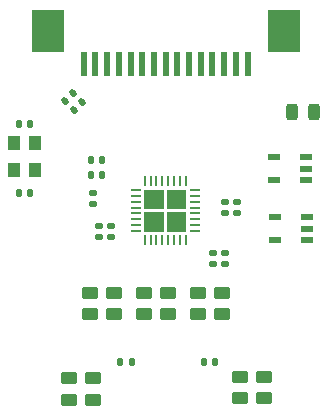
<source format=gtp>
%TF.GenerationSoftware,KiCad,Pcbnew,7.0.8*%
%TF.CreationDate,2023-12-06T02:43:18-07:00*%
%TF.ProjectId,C3I2,43334932-2e6b-4696-9361-645f70636258,rev?*%
%TF.SameCoordinates,Original*%
%TF.FileFunction,Paste,Top*%
%TF.FilePolarity,Positive*%
%FSLAX46Y46*%
G04 Gerber Fmt 4.6, Leading zero omitted, Abs format (unit mm)*
G04 Created by KiCad (PCBNEW 7.0.8) date 2023-12-06 02:43:18*
%MOMM*%
%LPD*%
G01*
G04 APERTURE LIST*
G04 Aperture macros list*
%AMRoundRect*
0 Rectangle with rounded corners*
0 $1 Rounding radius*
0 $2 $3 $4 $5 $6 $7 $8 $9 X,Y pos of 4 corners*
0 Add a 4 corners polygon primitive as box body*
4,1,4,$2,$3,$4,$5,$6,$7,$8,$9,$2,$3,0*
0 Add four circle primitives for the rounded corners*
1,1,$1+$1,$2,$3*
1,1,$1+$1,$4,$5*
1,1,$1+$1,$6,$7*
1,1,$1+$1,$8,$9*
0 Add four rect primitives between the rounded corners*
20,1,$1+$1,$2,$3,$4,$5,0*
20,1,$1+$1,$4,$5,$6,$7,0*
20,1,$1+$1,$6,$7,$8,$9,0*
20,1,$1+$1,$8,$9,$2,$3,0*%
G04 Aperture macros list end*
%ADD10R,1.050000X1.300000*%
%ADD11R,1.003300X0.508000*%
%ADD12R,0.254000X0.914400*%
%ADD13R,0.914400X0.254000*%
%ADD14RoundRect,0.250000X0.450000X-0.262500X0.450000X0.262500X-0.450000X0.262500X-0.450000X-0.262500X0*%
%ADD15R,0.609600X2.006600*%
%ADD16R,2.667000X3.606800*%
%ADD17RoundRect,0.243750X0.243750X0.456250X-0.243750X0.456250X-0.243750X-0.456250X0.243750X-0.456250X0*%
%ADD18RoundRect,0.140000X-0.021213X0.219203X-0.219203X0.021213X0.021213X-0.219203X0.219203X-0.021213X0*%
%ADD19RoundRect,0.140000X-0.170000X0.140000X-0.170000X-0.140000X0.170000X-0.140000X0.170000X0.140000X0*%
%ADD20RoundRect,0.140000X-0.140000X-0.170000X0.140000X-0.170000X0.140000X0.170000X-0.140000X0.170000X0*%
%ADD21RoundRect,0.140000X0.170000X-0.140000X0.170000X0.140000X-0.170000X0.140000X-0.170000X-0.140000X0*%
%ADD22RoundRect,0.140000X0.021213X-0.219203X0.219203X-0.021213X-0.021213X0.219203X-0.219203X0.021213X0*%
%ADD23RoundRect,0.140000X0.140000X0.170000X-0.140000X0.170000X-0.140000X-0.170000X0.140000X-0.170000X0*%
G04 APERTURE END LIST*
%TO.C,U1*%
G36*
X136298000Y-70114000D02*
G01*
X134618400Y-70114000D01*
X134618400Y-68434400D01*
X136298000Y-68434400D01*
X136298000Y-70114000D01*
G37*
G36*
X136298000Y-71993600D02*
G01*
X134618400Y-71993600D01*
X134618400Y-70314000D01*
X136298000Y-70314000D01*
X136298000Y-71993600D01*
G37*
G36*
X138177600Y-70114000D02*
G01*
X136498000Y-70114000D01*
X136498000Y-68434400D01*
X138177600Y-68434400D01*
X138177600Y-70114000D01*
G37*
G36*
X138177600Y-71993600D02*
G01*
X136498000Y-71993600D01*
X136498000Y-70314000D01*
X138177600Y-70314000D01*
X138177600Y-71993600D01*
G37*
%TD*%
D10*
%TO.C,Y1*%
X125335000Y-66792000D03*
X125335000Y-64492000D03*
X123585000Y-64492000D03*
X123585000Y-66792000D03*
%TD*%
D11*
%TO.C,U3*%
X148336000Y-67608001D03*
X148336000Y-66658000D03*
X148336000Y-65707999D03*
X145630900Y-65707999D03*
X145630900Y-67608001D03*
%TD*%
%TO.C,U2*%
X148418550Y-72688001D03*
X148418550Y-71738000D03*
X148418550Y-70787999D03*
X145713450Y-70787999D03*
X145713450Y-72688001D03*
%TD*%
D12*
%TO.C,U1*%
X138147999Y-72715900D03*
X137648000Y-72715900D03*
X137148001Y-72715900D03*
X136648000Y-72715900D03*
X136148000Y-72715900D03*
X135647999Y-72715900D03*
X135148000Y-72715900D03*
X134648001Y-72715900D03*
D13*
X133896100Y-71963999D03*
X133896100Y-71464000D03*
X133896100Y-70964001D03*
X133896100Y-70464000D03*
X133896100Y-69964000D03*
X133896100Y-69463999D03*
X133896100Y-68964000D03*
X133896100Y-68464001D03*
D12*
X134648001Y-67712100D03*
X135148000Y-67712100D03*
X135647999Y-67712100D03*
X136148000Y-67712100D03*
X136648000Y-67712100D03*
X137148001Y-67712100D03*
X137648000Y-67712100D03*
X138147999Y-67712100D03*
D13*
X138899900Y-68464001D03*
X138899900Y-68964000D03*
X138899900Y-69463999D03*
X138899900Y-69964000D03*
X138899900Y-70464000D03*
X138899900Y-70964001D03*
X138899900Y-71464000D03*
X138899900Y-71963999D03*
%TD*%
D14*
%TO.C,R10*%
X136652000Y-79000500D03*
X136652000Y-77175500D03*
%TD*%
%TO.C,R9*%
X134620000Y-79000500D03*
X134620000Y-77175500D03*
%TD*%
%TO.C,R8*%
X141224000Y-79000500D03*
X141224000Y-77175500D03*
%TD*%
%TO.C,R7*%
X139192000Y-79000500D03*
X139192000Y-77175500D03*
%TD*%
%TO.C,R6*%
X130048000Y-79000500D03*
X130048000Y-77175500D03*
%TD*%
%TO.C,R5*%
X132080000Y-79000500D03*
X132080000Y-77175500D03*
%TD*%
%TO.C,R4*%
X128243341Y-86259406D03*
X128243341Y-84434406D03*
%TD*%
%TO.C,R3*%
X130242000Y-86256500D03*
X130242000Y-84431500D03*
%TD*%
%TO.C,R2*%
X144780000Y-86106000D03*
X144780000Y-84281000D03*
%TD*%
%TO.C,R1*%
X142748000Y-86106000D03*
X142748000Y-84281000D03*
%TD*%
D15*
%TO.C,J1*%
X143357600Y-57844200D03*
X142367000Y-57844200D03*
X141376400Y-57844200D03*
X140385800Y-57844200D03*
X139395200Y-57844200D03*
X138404600Y-57844200D03*
X137414000Y-57844200D03*
X136423400Y-57844200D03*
X135432800Y-57844200D03*
X134442200Y-57844200D03*
X133451600Y-57844200D03*
X132461000Y-57844200D03*
X131470400Y-57844200D03*
X130479800Y-57844200D03*
X129489200Y-57844200D03*
D16*
X146405600Y-55024800D03*
X126441200Y-55024800D03*
%TD*%
D17*
%TO.C,D1*%
X149019500Y-61832000D03*
X147144500Y-61832000D03*
%TD*%
D18*
%TO.C,C15*%
X129371411Y-60984589D03*
X128692589Y-61663411D03*
%TD*%
D19*
%TO.C,C14*%
X140462000Y-73798000D03*
X140462000Y-74758000D03*
%TD*%
D20*
%TO.C,C13*%
X130076000Y-65896000D03*
X131036000Y-65896000D03*
%TD*%
%TO.C,C12*%
X130076000Y-67166000D03*
X131036000Y-67166000D03*
%TD*%
D19*
%TO.C,C11*%
X142494000Y-69480000D03*
X142494000Y-70440000D03*
%TD*%
D21*
%TO.C,C10*%
X130810000Y-72472000D03*
X130810000Y-71512000D03*
%TD*%
%TO.C,C9*%
X131826000Y-72472000D03*
X131826000Y-71512000D03*
%TD*%
D19*
%TO.C,C8*%
X141478000Y-69480000D03*
X141478000Y-70440000D03*
%TD*%
D21*
%TO.C,C7*%
X141478000Y-74758000D03*
X141478000Y-73798000D03*
%TD*%
D22*
%TO.C,C6*%
X128609411Y-60222589D03*
X127930589Y-60901411D03*
%TD*%
D19*
%TO.C,C5*%
X130302000Y-68718000D03*
X130302000Y-69678000D03*
%TD*%
D20*
%TO.C,C4*%
X132584000Y-83058000D03*
X133544000Y-83058000D03*
%TD*%
D23*
%TO.C,C3*%
X140600000Y-83058000D03*
X139640000Y-83058000D03*
%TD*%
D20*
%TO.C,C2*%
X123980000Y-68690000D03*
X124940000Y-68690000D03*
%TD*%
%TO.C,C1*%
X123980000Y-62848000D03*
X124940000Y-62848000D03*
%TD*%
M02*

</source>
